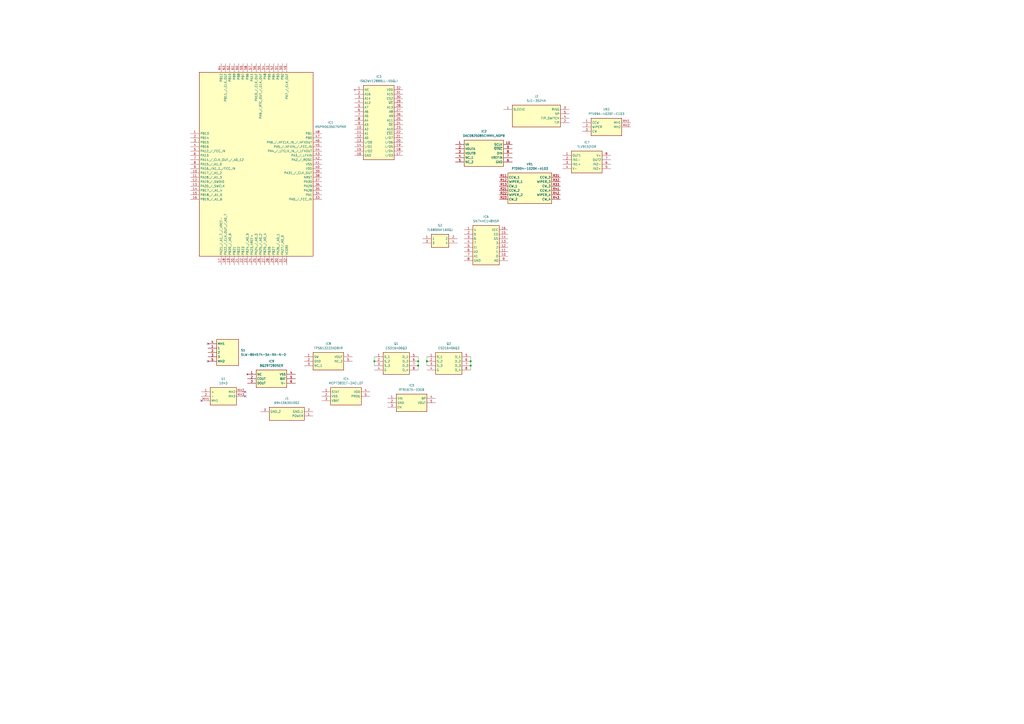
<source format=kicad_sch>
(kicad_sch (version 20250114) (generator "eeschema") (generator_version "9.0")
  (paper "A2")
  (lib_symbols
    (symbol "1043:1043"
      (property "Reference" "U" (at 21.59 7.62 0))
      (property "Value" "1043" (at 21.59 5.08 0))
      (symbol "1043_1_1"
        (rectangle (start 5.08 2.54) (end 20.32 -7.62) (stroke (width 0.254)) (fill (type background)))
        (pin passive line (at 0 0 0) (length 5.08) (name "+") (number "1"))
        (pin passive line (at 0 -2.54 0) (length 5.08) (name "-") (number "2"))
        (pin passive line (at 0 -5.08 0) (length 5.08) (name "MH1") (number "MH1"))
        (pin passive line (at 25.4 0 180) (length 5.08) (name "MH2") (number "MH2"))
        (pin passive line (at 25.4 -2.54 180) (length 5.08) (name "MH3") (number "MH3"))
      )
    )
    (symbol "694106301002:694106301002"
      (property "Reference" "J" (at 26.67 7.62 0))
      (property "Value" "694106301002" (at 26.67 5.08 0))
      (symbol "694106301002_1_1"
        (rectangle (start 5.08 2.54) (end 25.4 -5.08) (stroke (width 0.254)) (fill (type background)))
        (pin passive line (at 0 0 0) (length 5.08) (name "GND_2") (number "3"))
        (pin passive line (at 30.48 0 180) (length 5.08) (name "GND_1") (number "2"))
        (pin passive line (at 30.48 -2.54 180) (length 5.08) (name "POWER") (number "1"))
      )
    )
    (symbol "BQ29728DSER:BQ29728DSER"
      (property "Reference" "IC" (at 24.13 7.62 0))
      (property "Value" "BQ29728DSER" (at 24.13 5.08 0))
      (symbol "BQ29728DSER_1_1"
        (rectangle (start 5.08 2.54) (end 22.86 -7.62) (stroke (width 0.254)) (fill (type background)))
        (pin no_connect line (at 0 0 0) (length 5.08) (name "NC") (number "1"))
        (pin passive line (at 0 -2.54 0) (length 5.08) (name "COUT") (number "2"))
        (pin passive line (at 0 -5.08 0) (length 5.08) (name "DOUT") (number "3"))
        (pin passive line (at 27.94 0 180) (length 5.08) (name "VSS") (number "4"))
        (pin passive line (at 27.94 -2.54 180) (length 5.08) (name "BAT") (number "5"))
        (pin passive line (at 27.94 -5.08 180) (length 5.08) (name "V-") (number "6"))
      )
    )
    (symbol "CSD16406Q3:CSD16406Q3"
      (property "Reference" "Q" (at 21.59 7.62 0))
      (property "Value" "CSD16406Q3" (at 21.59 5.08 0))
      (symbol "CSD16406Q3_1_1"
        (rectangle (start 5.08 2.54) (end 20.32 -10.16) (stroke (width 0.254)) (fill (type background)))
        (pin passive line (at 0 0 0) (length 5.08) (name "S_1") (number "1"))
        (pin passive line (at 0 -2.54 0) (length 5.08) (name "S_2") (number "2"))
        (pin passive line (at 0 -5.08 0) (length 5.08) (name "S_3") (number "3"))
        (pin passive line (at 0 -7.62 0) (length 5.08) (name "G") (number "4"))
        (pin passive line (at 25.4 0 180) (length 5.08) (name "D_1") (number "5"))
        (pin passive line (at 25.4 -2.54 180) (length 5.08) (name "D_2") (number "6"))
        (pin passive line (at 25.4 -5.08 180) (length 5.08) (name "D_3") (number "7"))
        (pin passive line (at 25.4 -7.62 180) (length 5.08) (name "D_4") (number "8"))
      )
    )
    (symbol "DAC082S085CIMMX_NOPB:DAC082S085CIMMX_NOPB"
      (property "Reference" "IC" (at 29.21 7.62 0))
      (property "Value" "DAC082S085CIMMX_NOPB" (at 29.21 5.08 0))
      (symbol "DAC082S085CIMMX_NOPB_1_1"
        (rectangle (start 5.08 2.54) (end 27.94 -12.7) (stroke (width 0.254)) (fill (type background)))
        (pin passive line (at 0 0 0) (length 5.08) (name "VA") (number "1"))
        (pin passive line (at 0 -2.54 0) (length 5.08) (name "VOUTA") (number "2"))
        (pin passive line (at 0 -5.08 0) (length 5.08) (name "VOUTB") (number "3"))
        (pin passive line (at 0 -7.62 0) (length 5.08) (name "NC_1") (number "4"))
        (pin passive line (at 0 -10.16 0) (length 5.08) (name "NC_2") (number "5"))
        (pin passive line (at 33.02 0 180) (length 5.08) (name "SCLK") (number "10"))
        (pin passive line (at 33.02 -2.54 180) (length 5.08) (name "~{SYNC}") (number "9"))
        (pin passive line (at 33.02 -5.08 180) (length 5.08) (name "DIN") (number "8"))
        (pin passive line (at 33.02 -7.62 180) (length 5.08) (name "VREFIN") (number "7"))
        (pin passive line (at 33.02 -10.16 180) (length 5.08) (name "GND") (number "6"))
      )
    )
    (symbol "IS62WV1288BLL-55QLI:IS62WV1288BLL-55QLI"
      (property "Reference" "IC" (at 24.13 7.62 0))
      (property "Value" "IS62WV1288BLL-55QLI" (at 24.13 5.08 0))
      (symbol "IS62WV1288BLL-55QLI_1_1"
        (rectangle (start 5.08 2.54) (end 22.86 -40.64) (stroke (width 0.254)) (fill (type background)))
        (pin no_connect line (at 0 0 0) (length 5.08) (name "NC") (number "1"))
        (pin passive line (at 0 -2.54 0) (length 5.08) (name "A16") (number "2"))
        (pin passive line (at 0 -5.08 0) (length 5.08) (name "A14") (number "3"))
        (pin passive line (at 0 -7.62 0) (length 5.08) (name "A12") (number "4"))
        (pin passive line (at 0 -10.16 0) (length 5.08) (name "A7") (number "5"))
        (pin passive line (at 0 -12.7 0) (length 5.08) (name "A6") (number "6"))
        (pin passive line (at 0 -15.24 0) (length 5.08) (name "A5") (number "7"))
        (pin passive line (at 0 -17.78 0) (length 5.08) (name "A4") (number "8"))
        (pin passive line (at 0 -20.32 0) (length 5.08) (name "A3") (number "9"))
        (pin passive line (at 0 -22.86 0) (length 5.08) (name "A2") (number "10"))
        (pin passive line (at 0 -25.4 0) (length 5.08) (name "A1") (number "11"))
        (pin passive line (at 0 -27.94 0) (length 5.08) (name "A0") (number "12"))
        (pin passive line (at 0 -30.48 0) (length 5.08) (name "I/O0") (number "13"))
        (pin passive line (at 0 -33.02 0) (length 5.08) (name "I/O1") (number "14"))
        (pin passive line (at 0 -35.56 0) (length 5.08) (name "I/O2") (number "15"))
        (pin passive line (at 0 -38.1 0) (length 5.08) (name "GND") (number "16"))
        (pin passive line (at 27.94 0 180) (length 5.08) (name "VDD") (number "32"))
        (pin passive line (at 27.94 -2.54 180) (length 5.08) (name "A15") (number "31"))
        (pin passive line (at 27.94 -5.08 180) (length 5.08) (name "CS2") (number "30"))
        (pin passive line (at 27.94 -7.62 180) (length 5.08) (name "~{WE}") (number "29"))
        (pin passive line (at 27.94 -10.16 180) (length 5.08) (name "A13") (number "28"))
        (pin passive line (at 27.94 -12.7 180) (length 5.08) (name "A8") (number "27"))
        (pin passive line (at 27.94 -15.24 180) (length 5.08) (name "A9") (number "26"))
        (pin passive line (at 27.94 -17.78 180) (length 5.08) (name "A11") (number "25"))
        (pin passive line (at 27.94 -20.32 180) (length 5.08) (name "~{OE}") (number "24"))
        (pin passive line (at 27.94 -22.86 180) (length 5.08) (name "A10") (number "23"))
        (pin passive line (at 27.94 -25.4 180) (length 5.08) (name "~{CS1}") (number "22"))
        (pin passive line (at 27.94 -27.94 180) (length 5.08) (name "I/O7") (number "21"))
        (pin passive line (at 27.94 -30.48 180) (length 5.08) (name "I/O6") (number "20"))
        (pin passive line (at 27.94 -33.02 180) (length 5.08) (name "I/O5") (number "19"))
        (pin passive line (at 27.94 -35.56 180) (length 5.08) (name "I/O4") (number "18"))
        (pin passive line (at 27.94 -38.1 180) (length 5.08) (name "I/O3") (number "17"))
      )
    )
    (symbol "MCP73831T-2ACI_OT:MCP73831T-2ACI_OT"
      (property "Reference" "IC" (at 24.13 7.62 0))
      (property "Value" "MCP73831T-2ACI_OT" (at 24.13 5.08 0))
      (symbol "MCP73831T-2ACI_OT_1_1"
        (rectangle (start 5.08 2.54) (end 22.86 -7.62) (stroke (width 0.254)) (fill (type background)))
        (pin passive line (at 0 0 0) (length 5.08) (name "STAT") (number "1"))
        (pin passive line (at 0 -2.54 0) (length 5.08) (name "VSS") (number "2"))
        (pin passive line (at 0 -5.08 0) (length 5.08) (name "VBAT") (number "3"))
        (pin passive line (at 27.94 0 180) (length 5.08) (name "VDD") (number "4"))
        (pin passive line (at 27.94 -2.54 180) (length 5.08) (name "PROG") (number "5"))
      )
    )
    (symbol "MSPM0G3507SPMR:MSPM0G3507SPMR"
      (property "Reference" "IC" (at 72.39 40.64 0))
      (property "Value" "MSPM0G3507SPMR" (at 72.39 38.1 0))
      (symbol "MSPM0G3507SPMR_1_1"
        (rectangle (start 5.08 35.56) (end 71.12 -71.12) (stroke (width 0.254)) (fill (type background)))
        (pin passive line (at 0 0 0) (length 5.08) (name "PB13") (number "1"))
        (pin passive line (at 0 -2.54 0) (length 5.08) (name "PB14") (number "2"))
        (pin passive line (at 0 -5.08 0) (length 5.08) (name "PB15") (number "3"))
        (pin passive line (at 0 -7.62 0) (length 5.08) (name "PB16") (number "4"))
        (pin passive line (at 0 -10.16 0) (length 5.08) (name "PA12_/_FCC_IN") (number "5"))
        (pin passive line (at 0 -12.7 0) (length 5.08) (name "PA13") (number "6"))
        (pin passive line (at 0 -15.24 0) (length 5.08) (name "PA14_/_CLK_OUT_/_A0_12") (number "7"))
        (pin passive line (at 0 -17.78 0) (length 5.08) (name "PA15_/_A1_0") (number "8"))
        (pin passive line (at 0 -20.32 0) (length 5.08) (name "PA16_/A1_1_/FCC_IN") (number "9"))
        (pin passive line (at 0 -22.86 0) (length 5.08) (name "PA17_/_A1_2") (number "10"))
        (pin passive line (at 0 -25.4 0) (length 5.08) (name "PA18_/_A1_3") (number "11"))
        (pin passive line (at 0 -27.94 0) (length 5.08) (name "PA19_/_SWDIO") (number "12"))
        (pin passive line (at 0 -30.48 0) (length 5.08) (name "PA20_/_SWCLK") (number "13"))
        (pin passive line (at 0 -33.02 0) (length 5.08) (name "PB17_/_A1_4") (number "14"))
        (pin passive line (at 0 -35.56 0) (length 5.08) (name "PB18_/_A1_5") (number "15"))
        (pin passive line (at 0 -38.1 0) (length 5.08) (name "PB19_/_A1_6") (number "16"))
        (pin passive line (at 17.78 40.64 270) (length 5.08) (name "PB12") (number "64"))
        (pin passive line (at 17.78 -76.2 90) (length 5.08) (name "PA21_/_A1_7_/_VREF-") (number "17"))
        (pin passive line (at 20.32 40.64 270) (length 5.08) (name "PB11_/_CLK_OUT") (number "63"))
        (pin passive line (at 20.32 -76.2 90) (length 5.08) (name "PA22_/_CLK_OUT_/_A0_7") (number "18"))
        (pin passive line (at 22.86 40.64 270) (length 5.08) (name "PB10") (number "62"))
        (pin passive line (at 22.86 -76.2 90) (length 5.08) (name "PB20_/_A0_6") (number "19"))
        (pin passive line (at 25.4 40.64 270) (length 5.08) (name "PB9") (number "61"))
        (pin passive line (at 25.4 -76.2 90) (length 5.08) (name "PB21") (number "20"))
        (pin passive line (at 27.94 40.64 270) (length 5.08) (name "PB8") (number "60"))
        (pin passive line (at 27.94 -76.2 90) (length 5.08) (name "PB22") (number "21"))
        (pin passive line (at 30.48 40.64 270) (length 5.08) (name "PB7") (number "59"))
        (pin passive line (at 30.48 -76.2 90) (length 5.08) (name "PB23") (number "22"))
        (pin passive line (at 33.02 40.64 270) (length 5.08) (name "PB6") (number "58"))
        (pin passive line (at 33.02 -76.2 90) (length 5.08) (name "PB24_/_A0_5") (number "23"))
        (pin passive line (at 35.56 40.64 270) (length 5.08) (name "PA11") (number "57"))
        (pin passive line (at 35.56 -76.2 90) (length 5.08) (name "PA23_VREF+") (number "24"))
        (pin passive line (at 38.1 40.64 270) (length 5.08) (name "PA10_/_CLK_OUT") (number "56"))
        (pin passive line (at 38.1 -76.2 90) (length 5.08) (name "PA24_/_A0_3") (number "25"))
        (pin passive line (at 40.64 40.64 270) (length 5.08) (name "PA9_/_RTC_OUT_/_CLK_OUT") (number "55"))
        (pin passive line (at 40.64 -76.2 90) (length 5.08) (name "PA25_/_A0_2") (number "26"))
        (pin passive line (at 43.18 40.64 270) (length 5.08) (name "PA8") (number "54"))
        (pin passive line (at 43.18 -76.2 90) (length 5.08) (name "PB25_/_A0_4") (number "27"))
        (pin passive line (at 45.72 40.64 270) (length 5.08) (name "PB5") (number "53"))
        (pin passive line (at 45.72 -76.2 90) (length 5.08) (name "PB26") (number "28"))
        (pin passive line (at 48.26 40.64 270) (length 5.08) (name "PB4") (number "52"))
        (pin passive line (at 48.26 -76.2 90) (length 5.08) (name "PB27") (number "29"))
        (pin passive line (at 50.8 40.64 270) (length 5.08) (name "PB3") (number "51"))
        (pin passive line (at 50.8 -76.2 90) (length 5.08) (name "PA26_/_A0_1") (number "30"))
        (pin passive line (at 53.34 40.64 270) (length 5.08) (name "PB2") (number "50"))
        (pin passive line (at 53.34 -76.2 90) (length 5.08) (name "PA27/_A0_0") (number "31"))
        (pin passive line (at 55.88 40.64 270) (length 5.08) (name "PA7_/_CLK_OUT") (number "49"))
        (pin passive line (at 55.88 -76.2 90) (length 5.08) (name "VCORE") (number "32"))
        (pin passive line (at 76.2 0 180) (length 5.08) (name "PB1") (number "48"))
        (pin passive line (at 76.2 -2.54 180) (length 5.08) (name "PB0") (number "47"))
        (pin passive line (at 76.2 -5.08 180) (length 5.08) (name "PA6_/_HFCLK_IN_/_HFXOUT") (number "46"))
        (pin passive line (at 76.2 -7.62 180) (length 5.08) (name "PA5_/_HFXIN_/_FCC_IN") (number "45"))
        (pin passive line (at 76.2 -10.16 180) (length 5.08) (name "PA4_/_LFCLK_IN_/_LFXOUT") (number "44"))
        (pin passive line (at 76.2 -12.7 180) (length 5.08) (name "PA3_/_LFXIN") (number "43"))
        (pin passive line (at 76.2 -15.24 180) (length 5.08) (name "PA2_/_ROSC") (number "42"))
        (pin passive line (at 76.2 -17.78 180) (length 5.08) (name "VSS") (number "41"))
        (pin passive line (at 76.2 -20.32 180) (length 5.08) (name "VDD") (number "40"))
        (pin passive line (at 76.2 -22.86 180) (length 5.08) (name "PA31_/_CLK_OUT") (number "39"))
        (pin passive line (at 76.2 -25.4 180) (length 5.08) (name "NRST") (number "38"))
        (pin passive line (at 76.2 -27.94 180) (length 5.08) (name "PA30") (number "37"))
        (pin passive line (at 76.2 -30.48 180) (length 5.08) (name "PA29") (number "36"))
        (pin passive line (at 76.2 -33.02 180) (length 5.08) (name "PA28") (number "35"))
        (pin passive line (at 76.2 -35.56 180) (length 5.08) (name "PA1") (number "34"))
        (pin passive line (at 76.2 -38.1 180) (length 5.08) (name "PA0_/_FCC_IN") (number "33"))
      )
    )
    (symbol "PTD904-1020K-A103:PTD904-1020K-A103"
      (property "Reference" "VR" (at 31.75 7.62 0))
      (property "Value" "PTD904-1020K-A103" (at 31.75 5.08 0))
      (symbol "PTD904-1020K-A103_1_1"
        (rectangle (start 5.08 2.54) (end 30.48 -15.24) (stroke (width 0.254)) (fill (type background)))
        (pin passive line (at 0 0 0) (length 5.08) (name "CCW_1") (number "R11"))
        (pin passive line (at 0 -2.54 0) (length 5.08) (name "WIPER_1") (number "R12"))
        (pin passive line (at 0 -5.08 0) (length 5.08) (name "CW_1") (number "R13"))
        (pin passive line (at 0 -7.62 0) (length 5.08) (name "CCW_2") (number "R21"))
        (pin passive line (at 0 -10.16 0) (length 5.08) (name "WIPER_2") (number "R22"))
        (pin passive line (at 0 -12.7 0) (length 5.08) (name "CW_2") (number "R23"))
        (pin passive line (at 35.56 0 180) (length 5.08) (name "CCW_3") (number "R31"))
        (pin passive line (at 35.56 -2.54 180) (length 5.08) (name "WIPER_3") (number "R32"))
        (pin passive line (at 35.56 -5.08 180) (length 5.08) (name "CW_3") (number "R33"))
        (pin passive line (at 35.56 -7.62 180) (length 5.08) (name "CCW_4") (number "R41"))
        (pin passive line (at 35.56 -10.16 180) (length 5.08) (name "WIPER_4") (number "R42"))
        (pin passive line (at 35.56 -12.7 180) (length 5.08) (name "CW_4") (number "R43"))
      )
    )
    (symbol "PTV09A-4020F-C103:PTV09A-4020F-C103"
      (property "Reference" "VR" (at 24.13 7.62 0))
      (property "Value" "PTV09A-4020F-C103" (at 24.13 5.08 0))
      (symbol "PTV09A-4020F-C103_1_1"
        (rectangle (start 5.08 2.54) (end 22.86 -7.62) (stroke (width 0.254)) (fill (type background)))
        (pin passive line (at 0 0 0) (length 5.08) (name "CCW") (number "1"))
        (pin passive line (at 0 -2.54 0) (length 5.08) (name "WIPER") (number "2"))
        (pin passive line (at 0 -5.08 0) (length 5.08) (name "CW") (number "3"))
        (pin passive line (at 27.94 0 180) (length 5.08) (name "MH1") (number "MH1"))
        (pin passive line (at 27.94 -2.54 180) (length 5.08) (name "MH2") (number "MH2"))
      )
    )
    (symbol "RT9167A-33GB:RT9167A-33GB"
      (property "Reference" "IC" (at 24.13 7.62 0))
      (property "Value" "RT9167A-33GB" (at 24.13 5.08 0))
      (symbol "RT9167A-33GB_1_1"
        (rectangle (start 5.08 2.54) (end 22.86 -7.62) (stroke (width 0.254)) (fill (type background)))
        (pin passive line (at 0 0 0) (length 5.08) (name "VIN") (number "1"))
        (pin passive line (at 0 -2.54 0) (length 5.08) (name "GND") (number "2"))
        (pin passive line (at 0 -5.08 0) (length 5.08) (name "EN") (number "3"))
        (pin passive line (at 27.94 0 180) (length 5.08) (name "BP") (number "4"))
        (pin passive line (at 27.94 -2.54 180) (length 5.08) (name "VOUT") (number "5"))
      )
    )
    (symbol "SJ1-3524N:SJ1-3524N"
      (property "Reference" "J" (at 34.29 7.62 0))
      (property "Value" "SJ1-3524N" (at 34.29 5.08 0))
      (symbol "SJ1-3524N_1_1"
        (rectangle (start 5.08 2.54) (end 33.02 -10.16) (stroke (width 0.254)) (fill (type background)))
        (pin passive line (at 0 0 0) (length 5.08) (name "SLEEVE") (number "1"))
        (pin passive line (at 38.1 0 180) (length 5.08) (name "RING") (number "3"))
        (pin passive line (at 38.1 -2.54 180) (length 5.08) (name "NP") (number "5"))
        (pin passive line (at 38.1 -5.08 180) (length 5.08) (name "TIP_SWITCH") (number "4"))
        (pin passive line (at 38.1 -7.62 180) (length 5.08) (name "TIP") (number "2"))
      )
    )
    (symbol "SLW-864574-5A-RA-N-D:SLW-864574-5A-RA-N-D"
      (property "Reference" "S" (at 19.05 7.62 0))
      (property "Value" "SLW-864574-5A-RA-N-D" (at 19.05 5.08 0))
      (symbol "SLW-864574-5A-RA-N-D_1_1"
        (rectangle (start 5.08 2.54) (end 17.78 -12.7) (stroke (width 0.254)) (fill (type background)))
        (pin passive line (at 0 0 0) (length 5.08) (name "MH1") (number "4"))
        (pin passive line (at 0 -2.54 0) (length 5.08) (name "1") (number "1"))
        (pin passive line (at 0 -5.08 0) (length 5.08) (name "2") (number "2"))
        (pin passive line (at 0 -7.62 0) (length 5.08) (name "3") (number "3"))
        (pin passive line (at 0 -10.16 0) (length 5.08) (name "MH2") (number "5"))
      )
    )
    (symbol "SN74HC148NSR:SN74HC148NSR"
      (property "Reference" "IC" (at 21.59 7.62 0))
      (property "Value" "SN74HC148NSR" (at 21.59 5.08 0))
      (symbol "SN74HC148NSR_1_1"
        (rectangle (start 5.08 2.54) (end 20.32 -20.32) (stroke (width 0.254)) (fill (type background)))
        (pin passive line (at 0 0 0) (length 5.08) (name "4") (number "1"))
        (pin passive line (at 0 -2.54 0) (length 5.08) (name "5") (number "2"))
        (pin passive line (at 0 -5.08 0) (length 5.08) (name "6") (number "3"))
        (pin passive line (at 0 -7.62 0) (length 5.08) (name "7") (number "4"))
        (pin passive line (at 0 -10.16 0) (length 5.08) (name "EI") (number "5"))
        (pin passive line (at 0 -12.7 0) (length 5.08) (name "A2") (number "6"))
        (pin passive line (at 0 -15.24 0) (length 5.08) (name "A1") (number "7"))
        (pin passive line (at 0 -17.78 0) (length 5.08) (name "GND") (number "8"))
        (pin passive line (at 25.4 0 180) (length 5.08) (name "VCC") (number "16"))
        (pin passive line (at 25.4 -2.54 180) (length 5.08) (name "EO") (number "15"))
        (pin passive line (at 25.4 -5.08 180) (length 5.08) (name "GS") (number "14"))
        (pin passive line (at 25.4 -7.62 180) (length 5.08) (name "3") (number "13"))
        (pin passive line (at 25.4 -10.16 180) (length 5.08) (name "2") (number "12"))
        (pin passive line (at 25.4 -12.7 180) (length 5.08) (name "1") (number "11"))
        (pin passive line (at 25.4 -15.24 180) (length 5.08) (name "0") (number "10"))
        (pin passive line (at 25.4 -17.78 180) (length 5.08) (name "A0") (number "9"))
      )
    )
    (symbol "TL6800AF160QJ:TL6800AF160QJ"
      (property "Reference" "S" (at 16.51 7.62 0))
      (property "Value" "TL6800AF160QJ" (at 16.51 5.08 0))
      (symbol "TL6800AF160QJ_1_1"
        (rectangle (start 5.08 2.54) (end 15.24 -5.08) (stroke (width 0.254)) (fill (type background)))
        (pin passive line (at 0 0 0) (length 5.08) (name "1") (number "1"))
        (pin passive line (at 0 -2.54 0) (length 5.08) (name "3") (number "3"))
        (pin passive line (at 20.32 0 180) (length 5.08) (name "2") (number "2"))
        (pin passive line (at 20.32 -2.54 180) (length 5.08) (name "4") (number "4"))
      )
    )
    (symbol "TLV9152IDR:TLV9152IDR"
      (property "Reference" "IC" (at 24.13 7.62 0))
      (property "Value" "TLV9152IDR" (at 24.13 5.08 0))
      (symbol "TLV9152IDR_1_1"
        (rectangle (start 5.08 2.54) (end 22.86 -10.16) (stroke (width 0.254)) (fill (type background)))
        (pin passive line (at 0 0 0) (length 5.08) (name "OUT1") (number "1"))
        (pin passive line (at 0 -2.54 0) (length 5.08) (name "IN1-") (number "2"))
        (pin passive line (at 0 -5.08 0) (length 5.08) (name "IN1+") (number "3"))
        (pin passive line (at 0 -7.62 0) (length 5.08) (name "V-") (number "4"))
        (pin passive line (at 27.94 0 180) (length 5.08) (name "V+") (number "8"))
        (pin passive line (at 27.94 -2.54 180) (length 5.08) (name "OUT2") (number "7"))
        (pin passive line (at 27.94 -5.08 180) (length 5.08) (name "IN2-") (number "6"))
        (pin passive line (at 27.94 -7.62 180) (length 5.08) (name "IN2+") (number "5"))
      )
    )
    (symbol "TPS613222ADBVR:TPS613222ADBVR"
      (property "Reference" "IC" (at 24.13 7.62 0))
      (property "Value" "TPS613222ADBVR" (at 24.13 5.08 0))
      (symbol "TPS613222ADBVR_1_1"
        (rectangle (start 5.08 2.54) (end 22.86 -7.62) (stroke (width 0.254)) (fill (type background)))
        (pin passive line (at 0 0 0) (length 5.08) (name "SW") (number "1"))
        (pin passive line (at 0 -2.54 0) (length 5.08) (name "GND") (number "2"))
        (pin passive line (at 0 -5.08 0) (length 5.08) (name "NC_1") (number "3"))
        (pin passive line (at 27.94 0 180) (length 5.08) (name "VOUT") (number "4"))
        (pin passive line (at 27.94 -2.54 180) (length 5.08) (name "NC_2") (number "5"))
      )
    )
  )
  (junction (at 242.57 209.55))
  (junction (at 273.05 212.09))
  (junction (at 242.57 212.09))
  (junction (at 273.05 209.55))
  (junction (at 217.17 209.55))
  (junction (at 247.65 209.55))
  (no_connect (at 142.24 227.33))
  (no_connect (at 120.65 209.55))
  (no_connect (at 120.65 199.39))
  (no_connect (at 142.24 229.87))
  (no_connect (at 116.84 232.41))
  (wire (pts (xy 247.65 207.01) (xy 247.65 209.55)))
  (wire (pts (xy 273.05 212.09) (xy 273.05 214.63)))
  (wire (pts (xy 217.17 209.55) (xy 217.17 212.09)))
  (wire (pts (xy 217.17 207.01) (xy 217.17 209.55)))
  (wire (pts (xy 242.57 207.01) (xy 242.57 209.55)))
  (wire (pts (xy 273.05 209.55) (xy 273.05 212.09)))
  (wire (pts (xy 242.57 209.55) (xy 242.57 212.09)))
  (wire (pts (xy 247.65 209.55) (xy 247.65 212.09)))
  (wire (pts (xy 273.05 207.01) (xy 273.05 209.55)))
  (wire (pts (xy 242.57 212.09) (xy 242.57 214.63)))
  (symbol (lib_id "TLV9152IDR:TLV9152IDR") (at 326.39 90.17 0) (unit 1)
    (property "Reference" "IC7" (at 340.36 82.55 0))
    (property "Value" "TLV9152IDR" (at 340.36 85.09 0))
    (property "Footprint" "TLV9152IDR:SOIC127P600X175-8N" (effects (hide yes)))
    (property "Datasheet" "https://www.ti.com/lit/ds/symlink/tlv9152.pdf?ts=1618930568043&ref_url=https%253A%252F%252Fwww.mouser.in%252F" (effects (hide yes)))
    (property "Description" "Operational Amplifiers - Op Amps Dual 4.5MHz, 16-V rail-to-rail input/output, low-offset voltage, low-noise op amp 8-SOIC -40 to 125" (effects (hide yes)))
    (property "Height" "1.75" (effects (hide yes)))
    (property "Mouser Part Number" "595-TLV9152IDR" (effects (hide yes)))
    (property "Mouser Price/Stock" "https://www.mouser.co.uk/ProductDetail/Texas-Instruments/TLV9152IDR?qs=xZ%2FP%252Ba9zWqYYS%252ByLEi7keQ%3D%3D" (effects (hide yes)))
    (property "Manufacturer_Name" "Texas Instruments" (effects (hide yes)))
    (property "Manufacturer_Part_Number" "TLV9152IDR" (effects (hide yes)))
  )
  (symbol (lib_id "DAC082S085CIMMX_NOPB:DAC082S085CIMMX_NOPB") (at 264.16 83.82 0) (unit 1)
    (property "Reference" "IC2" (at 280.67 76.2 0))
    (property "Value" "DAC082S085CIMMX_NOPB" (at 280.67 78.74 0))
    (property "Footprint" "DAC082S085CIMMX_NOPB:SOP50P490X110-10N" (effects (hide yes)))
    (property "Datasheet" "http://www.ti.com/lit/gpn/dac082s085" (effects (hide yes)))
    (property "Description" "8-Bit Micro Power DUAL Digital-to-Analog Converter with Rail-to-Rail Output" (effects (hide yes)))
    (property "Height" "1.1" (effects (hide yes)))
    (property "Mouser Part Number" "926-D082S085CIMMXNPB" (effects (hide yes)))
    (property "Mouser Price/Stock" "https://www.mouser.co.uk/ProductDetail/Texas-Instruments/DAC082S085CIMMX-NOPB?qs=7X5t%252BdzoRHBcTHcuff48Fg%3D%3D" (effects (hide yes)))
    (property "Manufacturer_Name" "Texas Instruments" (effects (hide yes)))
    (property "Manufacturer_Part_Number" "DAC082S085CIMMX/NOPB" (effects (hide yes)))
  )
  (symbol (lib_id "CSD16406Q3:CSD16406Q3") (at 217.17 207.01 0) (unit 1)
    (property "Reference" "Q1" (at 229.87 199.39 0))
    (property "Value" "CSD16406Q3" (at 229.87 201.93 0))
    (property "Footprint" "CSD16406Q3:DQG_VSON-CLIP" (effects (hide yes)))
    (property "Datasheet" "http://www.ti.com/lit/gpn/csd16406q3" (effects (hide yes)))
    (property "Description" "25V, N ch NexFET MOSFET, single SON3x3, 7.4mOhm" (effects (hide yes)))
    (property "Mouser Part Number" "595-CSD16406Q3" (effects (hide yes)))
    (property "Mouser Price/Stock" "https://www.mouser.co.uk/ProductDetail/Texas-Instruments/CSD16406Q3?qs=SuDOdTVxq4Wogv4PDdDFZA%3D%3D" (effects (hide yes)))
    (property "Manufacturer_Name" "Texas Instruments" (effects (hide yes)))
    (property "Manufacturer_Part_Number" "CSD16406Q3" (effects (hide yes)))
  )
  (symbol (lib_id "TPS613222ADBVR:TPS613222ADBVR") (at 176.53 207.01 0) (unit 1)
    (property "Reference" "IC8" (at 190.5 199.39 0))
    (property "Value" "TPS613222ADBVR" (at 190.5 201.93 0))
    (property "Footprint" "TPS613222ADBVR:SOT95P280X145-5N" (effects (hide yes)))
    (property "Datasheet" "http://www.ti.com/lit/gpn/tps61322" (effects (hide yes)))
    (property "Description" "6-uA Quiescent Current, 1.8-A Switch Current Boost Converter" (effects (hide yes)))
    (property "Height" "1.45" (effects (hide yes)))
    (property "Mouser Part Number" "595-TPS613222ADBVR" (effects (hide yes)))
    (property "Mouser Price/Stock" "https://www.mouser.co.uk/ProductDetail/Texas-Instruments/TPS613222ADBVR?qs=W0yvOO0ixfE4d69WXsn8NQ%3D%3D" (effects (hide yes)))
    (property "Manufacturer_Name" "Texas Instruments" (effects (hide yes)))
    (property "Manufacturer_Part_Number" "TPS613222ADBVR" (effects (hide yes)))
  )
  (symbol (lib_id "BQ29728DSER:BQ29728DSER") (at 143.51 217.17 0) (unit 1)
    (property "Reference" "IC9" (at 157.48 209.55 0))
    (property "Value" "BQ29728DSER" (at 157.48 212.09 0))
    (property "Footprint" "BQ29728DSER:BQ29728DSER" (effects (hide yes)))
    (property "Description" "Battery Management Li-Ion/Li Polymer Ad vanced Single-Cell B BQ29728DSET" (effects (hide yes)))
    (property "Height" "0.8" (effects (hide yes)))
    (property "Mouser Part Number" "595-BQ29728DSER" (effects (hide yes)))
    (property "Mouser Price/Stock" "https://www.mouser.co.uk/ProductDetail/Texas-Instruments/BQ29728DSER?qs=QNEnbhJQKvZrv9ryfe6GbA%3D%3D" (effects (hide yes)))
    (property "Manufacturer_Name" "Texas Instruments" (effects (hide yes)))
    (property "Manufacturer_Part_Number" "BQ29728DSER" (effects (hide yes)))
  )
  (symbol (lib_id "SJ1-3524N:SJ1-3524N") (at 292.1 63.5 0) (unit 1)
    (property "Reference" "J2" (at 311.15 55.88 0))
    (property "Value" "SJ1-3524N" (at 311.15 58.42 0))
    (property "Footprint" "SJ1-3524N:SJ13524N" (effects (hide yes)))
    (property "Datasheet" "https://www.sameskydevices.com/product/resource/supplyframepdf/sj1-352xn.pdf" (effects (hide yes)))
    (property "Description" "3.5 mm, Stereo, Right Angle, Through Hole, 3 Conductors, 1 Internal Switch, Audio Jack Connector" (effects (hide yes)))
    (property "Height" "6" (effects (hide yes)))
    (property "Mouser Part Number" "490-SJ1-3524N" (effects (hide yes)))
    (property "Mouser Price/Stock" "https://www.mouser.co.uk/ProductDetail/CUI-Devices/SJ1-3524N?qs=WyjlAZoYn53F5AXvtxAROA%3D%3D" (effects (hide yes)))
    (property "Manufacturer_Name" "Same Sky" (effects (hide yes)))
    (property "Manufacturer_Part_Number" "SJ1-3524N" (effects (hide yes)))
  )
  (symbol (lib_id "CSD16406Q3:CSD16406Q3") (at 247.65 207.01 0) (unit 1)
    (property "Reference" "Q2" (at 260.35 199.39 0))
    (property "Value" "CSD16406Q3" (at 260.35 201.93 0))
    (property "Footprint" "CSD16406Q3:DQG_VSON-CLIP" (effects (hide yes)))
    (property "Datasheet" "http://www.ti.com/lit/gpn/csd16406q3" (effects (hide yes)))
    (property "Description" "25V, N ch NexFET MOSFET, single SON3x3, 7.4mOhm" (effects (hide yes)))
    (property "Mouser Part Number" "595-CSD16406Q3" (effects (hide yes)))
    (property "Mouser Price/Stock" "https://www.mouser.co.uk/ProductDetail/Texas-Instruments/CSD16406Q3?qs=SuDOdTVxq4Wogv4PDdDFZA%3D%3D" (effects (hide yes)))
    (property "Manufacturer_Name" "Texas Instruments" (effects (hide yes)))
    (property "Manufacturer_Part_Number" "CSD16406Q3" (effects (hide yes)))
  )
  (symbol (lib_id "694106301002:694106301002") (at 151.13 238.76 0) (unit 1)
    (property "Reference" "J1" (at 166.37 231.14 0))
    (property "Value" "694106301002" (at 166.37 233.68 0))
    (property "Footprint" "694106301002:694106301002_1" (effects (hide yes)))
    (property "Datasheet" "https://datasheet.datasheetarchive.com/originals/distributors/Datasheets_SAMA/1c153bd2ba42bb51bda59ee4cd9765cd.pdf" (effects (hide yes)))
    (property "Description" "WURTH ELEKTRONIK - 694106301002 - CONNECTOR, POWER ENTRY, JACK, 3A, 20VDC" (effects (hide yes)))
    (property "Mouser Part Number" "710-694106301002" (effects (hide yes)))
    (property "Mouser Price/Stock" "https://www.mouser.co.uk/ProductDetail/Wurth-Elektronik/694106301002?qs=a9WhcLg8qCwOEkcI62k5mA%3D%3D" (effects (hide yes)))
    (property "Manufacturer_Name" "Wurth Elektronik" (effects (hide yes)))
    (property "Manufacturer_Part_Number" "694106301002" (effects (hide yes)))
  )
  (symbol (lib_id "MSPM0G3507SPMR:MSPM0G3507SPMR") (at 110.49 77.47 0) (unit 1)
    (property "Reference" "IC1" (at 191.77 71.0498 0))
    (property "Value" "MSPM0G3507SPMR" (at 191.77 73.5898 0))
    (property "Footprint" "MSPM0G3507SPMR:QFP50P1200X1200X160-64N" (effects (hide yes)))
    (property "Datasheet" "https://www.ti.com/lit/ds/symlink/mspm0g3505.pdf?ts=1706855132968" (effects (hide yes)))
    (property "Description" "ARM Microcontrollers - MCU 80MHz Arm M0+ MCU, 128KB Flash, 32KB SRAM, 212bit 4Msps ADC, DAC, 3COMP, 3op-amp, CAN-FD, MATHACL 64-LQFP -40 to 125" (effects (hide yes)))
    (property "Height" "1.6" (effects (hide yes)))
    (property "Mouser Part Number" "595-MSPM0G3507SPMR" (effects (hide yes)))
    (property "Mouser Price/Stock" "https://www.mouser.co.uk/ProductDetail/Texas-Instruments/MSPM0G3507SPMR?qs=ST9lo4GX8V0tukxOtqK%252B6A%3D%3D" (effects (hide yes)))
    (property "Manufacturer_Name" "Texas Instruments" (effects (hide yes)))
    (property "Manufacturer_Part_Number" "MSPM0G3507SPMR" (effects (hide yes)))
  )
  (symbol (lib_id "SLW-864574-5A-RA-N-D:SLW-864574-5A-RA-N-D") (at 120.65 199.39 0) (unit 1)
    (property "Reference" "S1" (at 139.7 203.1999 0) (effects (justify left)))
    (property "Value" "SLW-864574-5A-RA-N-D" (at 139.7 205.7399 0) (effects (justify left)))
    (property "Footprint" "SLW-864574-5A-RA-N-D:SLW8645745ARAND" (effects (hide yes)))
    (property "Datasheet" "https://www.digikey.com/en/products/detail/same-sky-formerly-cui-devices/SLW-864574-5A-RA-N-D/24399231?msockid=3e3afa68a50969ca3057ef1ca4c9684b" (effects (hide yes)))
    (property "Description" "8.6 x 4.5 x 6.2 mm, 5 mm Raised Slide Actuator, Right Angle, Through Hole, Slide Switch" (effects (hide yes)))
    (property "Height" "5" (effects (hide yes)))
    (property "Mouser Part Number" "179-SLW8645745ARAND" (effects (hide yes)))
    (property "Mouser Price/Stock" "https://www.mouser.co.uk/ProductDetail/Same-Sky/SLW-864574-5A-RA-N-D?qs=IKkN%2F947nfBrNZ%2FZFlfKbA%3D%3D" (effects (hide yes)))
    (property "Manufacturer_Name" "Same Sky" (effects (hide yes)))
    (property "Manufacturer_Part_Number" "SLW-864574-5A-RA-N-D" (effects (hide yes)))
  )
  (symbol (lib_id "MCP73831T-2ACI_OT:MCP73831T-2ACI_OT") (at 186.69 227.33 0) (unit 1)
    (property "Reference" "IC4" (at 200.66 219.71 0))
    (property "Value" "MCP73831T-2ACI_OT" (at 200.66 222.25 0))
    (property "Footprint" "MCP73831T-2ACI_OT:SOT95P270X145-5N" (effects (hide yes)))
    (property "Datasheet" "http://ww1.microchip.com/downloads/en/DeviceDoc/20001984g.pdf" (effects (hide yes)))
    (property "Description" "Li-Ion Charge Controller 4.2V SOT23-5" (effects (hide yes)))
    (property "Height" "1.45" (effects (hide yes)))
    (property "Mouser Part Number" "579-MCP73831T-2ACIOT" (effects (hide yes)))
    (property "Mouser Price/Stock" "https://www.mouser.co.uk/ProductDetail/Microchip-Technology/MCP73831T-2ACI-OT?qs=yUQqVecv4qvbBQBGbHx0Mw%3D%3D" (effects (hide yes)))
    (property "Manufacturer_Name" "Microchip" (effects (hide yes)))
    (property "Manufacturer_Part_Number" "MCP73831T-2ACI/OT" (effects (hide yes)))
  )
  (symbol (lib_id "PTD904-1020K-A103:PTD904-1020K-A103") (at 289.56 102.87 0) (unit 1)
    (property "Reference" "VR1" (at 307.34 95.25 0))
    (property "Value" "PTD904-1020K-A103" (at 307.34 97.79 0))
    (property "Footprint" "PTD904-1020K-A103:PTD9041020KA103" (effects (hide yes)))
    (property "Datasheet" "https://www.bourns.com/docs/Product-Datasheets/PTD90.pdf" (effects (hide yes)))
    (property "Description" "Res Carbon Film POT 10K Ohm 10% 1/40W 1(Mech)Turn 6mm (37.2 X 9.5 X 11.3mm) Pin Panel Mount/Through Hole" (effects (hide yes)))
    (property "Height" "10.8" (effects (hide yes)))
    (property "Mouser Part Number" "652-PTD904-1020KA103" (effects (hide yes)))
    (property "Mouser Price/Stock" "https://www.mouser.co.uk/ProductDetail/Bourns/PTD904-1020K-A103?qs=9fn1gpisni798x2kl5SyJw%3D%3D" (effects (hide yes)))
    (property "Manufacturer_Name" "Bourns" (effects (hide yes)))
    (property "Manufacturer_Part_Number" "PTD904-1020K-A103" (effects (hide yes)))
  )
  (symbol (lib_id "RT9167A-33GB:RT9167A-33GB") (at 224.79 231.14 0) (unit 1)
    (property "Reference" "IC5" (at 238.76 223.52 0))
    (property "Value" "RT9167A-33GB" (at 238.76 226.06 0))
    (property "Footprint" "RT9167A-33GB:SOT94P279X130-5N" (effects (hide yes)))
    (property "Datasheet" "https://www.richtek.com/SaveDownload.aspx?specid=RT9167/RT9167A" (effects (hide yes)))
    (property "Description" "LDO Voltage Regulators Low-Noise, Fixed Output Voltage,300mA/500mA LDO Regulator" (effects (hide yes)))
    (property "Height" "1.295" (effects (hide yes)))
    (property "Manufacturer_Name" "RICHTEK" (effects (hide yes)))
    (property "Manufacturer_Part_Number" "RT9167A-33GB" (effects (hide yes)))
  )
  (symbol (lib_id "SN74HC148NSR:SN74HC148NSR") (at 269.24 133.35 0) (unit 1)
    (property "Reference" "IC6" (at 281.94 125.73 0))
    (property "Value" "SN74HC148NSR" (at 281.94 128.27 0))
    (property "Footprint" "SN74HC148NSR:SOIC127P780X200-16N" (effects (hide yes)))
    (property "Datasheet" "http://www.ti.com/lit/gpn/sn74hc148" (effects (hide yes)))
    (property "Description" "8-Line To 3-Line Priority Encoders" (effects (hide yes)))
    (property "Height" "2" (effects (hide yes)))
    (property "Mouser Part Number" "595-SN74HC148NSR" (effects (hide yes)))
    (property "Mouser Price/Stock" "https://www.mouser.co.uk/ProductDetail/Texas-Instruments/SN74HC148NSR?qs=AgY10sKTvDL5Wh5wayt9BA%3D%3D" (effects (hide yes)))
    (property "Manufacturer_Name" "Texas Instruments" (effects (hide yes)))
    (property "Manufacturer_Part_Number" "SN74HC148NSR" (effects (hide yes)))
  )
  (symbol (lib_id "TL6800AF160QJ:TL6800AF160QJ") (at 245.11 138.43 0) (unit 1)
    (property "Reference" "S2" (at 255.27 130.81 0))
    (property "Value" "TL6800AF160QJ" (at 255.27 133.35 0))
    (property "Footprint" "TL6800AF160QJ:TL6800AF160QJ" (effects (hide yes)))
    (property "Datasheet" "https://configured-product-images.s3.amazonaws.com/2D/specs/TL6800AF160QJ.pdf" (effects (hide yes)))
    (property "Description" "TACT, 50mA, 12VDC SPST-NO, Off-(On) Surface Mount" (effects (hide yes)))
    (property "Height" "3.3" (effects (hide yes)))
    (property "Mouser Part Number" "612-TL6800AF160QG" (effects (hide yes)))
    (property "Mouser Price/Stock" "https://www.mouser.co.uk/ProductDetail/E-Switch/TL6800AF160QJ?qs=By6Nw2ByBD2d6ktIHFrSbQ%3D%3D" (effects (hide yes)))
    (property "Manufacturer_Name" "E-Switch" (effects (hide yes)))
    (property "Manufacturer_Part_Number" "TL6800AF160QJ" (effects (hide yes)))
  )
  (symbol (lib_id "1043:1043") (at 116.84 227.33 0) (unit 1)
    (property "Reference" "U1" (at 129.54 219.71 0))
    (property "Value" "1043" (at 129.54 222.25 0))
    (property "Footprint" "1043:1043" (effects (hide yes)))
    (property "Datasheet" "http://www.keyelco.com/product-pdf.cfm?p=919" (effects (hide yes)))
    (property "Description" "KEYSTONE - 1043 - BATTERY HOLDER, 18650, TH" (effects (hide yes)))
    (property "Height" "14.86" (effects (hide yes)))
    (property "Mouser Part Number" "534-1043" (effects (hide yes)))
    (property "Mouser Price/Stock" "https://www.mouser.co.uk/ProductDetail/Keystone-Electronics/1043?qs=%2F7TOpeL5Mz6j%2FnxeOA1rsg%3D%3D" (effects (hide yes)))
    (property "Manufacturer_Name" "Keystone Electronics" (effects (hide yes)))
    (property "Manufacturer_Part_Number" "1043" (effects (hide yes)))
  )
  (symbol (lib_id "IS62WV1288BLL-55QLI:IS62WV1288BLL-55QLI") (at 205.74 52.07 0) (unit 1)
    (property "Reference" "IC3" (at 219.71 44.45 0))
    (property "Value" "IS62WV1288BLL-55QLI" (at 219.71 46.99 0))
    (property "Footprint" "IS62WV1288BLL-55QLI:SOIC127P1412X300-32N" (effects (hide yes)))
    (property "Description" "SRAM 1Mb 128Kx8 55ns Async SRAM" (effects (hide yes)))
    (property "Height" "3" (effects (hide yes)))
    (property "Mouser Part Number" "87062WV1288BLL55QLI" (effects (hide yes)))
    (property "Mouser Price/Stock" "https://www.mouser.co.uk/ProductDetail/ISSI/IS62WV1288BLL-55QLI?qs=YdQ7Kj7W0byrjrEhKf64%2Fw%3D%3D" (effects (hide yes)))
    (property "Manufacturer_Name" "Integrated Silicon Solution Inc." (effects (hide yes)))
    (property "Manufacturer_Part_Number" "IS62WV1288BLL-55QLI" (effects (hide yes)))
  )
  (symbol (lib_id "PTV09A-4020F-C103:PTV09A-4020F-C103") (at 337.82 71.12 0) (unit 1)
    (property "Reference" "VR2" (at 351.79 63.5 0))
    (property "Value" "PTV09A-4020F-C103" (at 351.79 66.04 0))
    (property "Footprint" "PTV09A-4020F-C103:PTV09A4020FC103" (effects (hide yes)))
    (property "Datasheet" "https://www.mouser.de/datasheet/2/54/ptv09-777818.pdf" (effects (hide yes)))
    (property "Description" "Potentiometers PANEL CONTROL - 9MM-ST-CA 10 kohms 20 mm" (effects (hide yes)))
    (property "Height" "20.5" (effects (hide yes)))
    (property "Mouser Part Number" "652-PTV09A-4020FC103" (effects (hide yes)))
    (property "Mouser Price/Stock" "https://www.mouser.co.uk/ProductDetail/Bourns/PTV09A-4020F-C103?qs=pxDZlBjcsCgxa5BOeN0q6Q%3D%3D" (effects (hide yes)))
    (property "Manufacturer_Name" "Bourns" (effects (hide yes)))
    (property "Manufacturer_Part_Number" "PTV09A-4020F-C103" (effects (hide yes)))
  )
)
</source>
